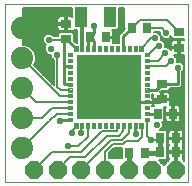
<source format=gbl>
G75*
%MOIN*%
%OFA0B0*%
%FSLAX25Y25*%
%IPPOS*%
%LPD*%
%AMOC8*
5,1,8,0,0,1.08239X$1,22.5*
%
%ADD10C,0.00000*%
%ADD11C,0.00344*%
%ADD12R,0.21260X0.21260*%
%ADD13R,0.02756X0.03543*%
%ADD14R,0.03937X0.06693*%
%ADD15R,0.03543X0.02756*%
%ADD16OC8,0.05906*%
%ADD17C,0.07400*%
%ADD18C,0.00600*%
%ADD19OC8,0.02205*%
%ADD20C,0.01000*%
%ADD21C,0.01200*%
%ADD22C,0.01600*%
D10*
X0034486Y0027830D02*
X0034486Y0086885D01*
X0095509Y0086885D01*
X0095509Y0027830D01*
X0034486Y0027830D01*
D11*
X0055563Y0049016D02*
X0056991Y0049016D01*
X0056991Y0047982D01*
X0055563Y0047982D01*
X0055563Y0049016D01*
X0055563Y0048325D02*
X0056991Y0048325D01*
X0056991Y0048668D02*
X0055563Y0048668D01*
X0055563Y0049011D02*
X0056991Y0049011D01*
X0056991Y0050985D02*
X0055563Y0050985D01*
X0056991Y0050985D02*
X0056991Y0049951D01*
X0055563Y0049951D01*
X0055563Y0050985D01*
X0055563Y0050294D02*
X0056991Y0050294D01*
X0056991Y0050637D02*
X0055563Y0050637D01*
X0055563Y0050980D02*
X0056991Y0050980D01*
X0056991Y0052953D02*
X0055563Y0052953D01*
X0056991Y0052953D02*
X0056991Y0051919D01*
X0055563Y0051919D01*
X0055563Y0052953D01*
X0055563Y0052262D02*
X0056991Y0052262D01*
X0056991Y0052605D02*
X0055563Y0052605D01*
X0055563Y0052948D02*
X0056991Y0052948D01*
X0056991Y0054922D02*
X0055563Y0054922D01*
X0056991Y0054922D02*
X0056991Y0053888D01*
X0055563Y0053888D01*
X0055563Y0054922D01*
X0055563Y0054231D02*
X0056991Y0054231D01*
X0056991Y0054574D02*
X0055563Y0054574D01*
X0055563Y0054917D02*
X0056991Y0054917D01*
X0056991Y0056890D02*
X0055563Y0056890D01*
X0056991Y0056890D02*
X0056991Y0055856D01*
X0055563Y0055856D01*
X0055563Y0056890D01*
X0055563Y0056199D02*
X0056991Y0056199D01*
X0056991Y0056542D02*
X0055563Y0056542D01*
X0055563Y0056885D02*
X0056991Y0056885D01*
X0056991Y0058859D02*
X0055563Y0058859D01*
X0056991Y0058859D02*
X0056991Y0057825D01*
X0055563Y0057825D01*
X0055563Y0058859D01*
X0055563Y0058168D02*
X0056991Y0058168D01*
X0056991Y0058511D02*
X0055563Y0058511D01*
X0055563Y0058854D02*
X0056991Y0058854D01*
X0056991Y0060827D02*
X0055563Y0060827D01*
X0056991Y0060827D02*
X0056991Y0059793D01*
X0055563Y0059793D01*
X0055563Y0060827D01*
X0055563Y0060136D02*
X0056991Y0060136D01*
X0056991Y0060479D02*
X0055563Y0060479D01*
X0055563Y0060822D02*
X0056991Y0060822D01*
X0056991Y0062796D02*
X0055563Y0062796D01*
X0056991Y0062796D02*
X0056991Y0061762D01*
X0055563Y0061762D01*
X0055563Y0062796D01*
X0055563Y0062105D02*
X0056991Y0062105D01*
X0056991Y0062448D02*
X0055563Y0062448D01*
X0055563Y0062791D02*
X0056991Y0062791D01*
X0056991Y0064764D02*
X0055563Y0064764D01*
X0056991Y0064764D02*
X0056991Y0063730D01*
X0055563Y0063730D01*
X0055563Y0064764D01*
X0055563Y0064073D02*
X0056991Y0064073D01*
X0056991Y0064416D02*
X0055563Y0064416D01*
X0055563Y0064759D02*
X0056991Y0064759D01*
X0056991Y0066733D02*
X0055563Y0066733D01*
X0056991Y0066733D02*
X0056991Y0065699D01*
X0055563Y0065699D01*
X0055563Y0066733D01*
X0055563Y0066042D02*
X0056991Y0066042D01*
X0056991Y0066385D02*
X0055563Y0066385D01*
X0055563Y0066728D02*
X0056991Y0066728D01*
X0056991Y0068701D02*
X0055563Y0068701D01*
X0056991Y0068701D02*
X0056991Y0067667D01*
X0055563Y0067667D01*
X0055563Y0068701D01*
X0055563Y0068010D02*
X0056991Y0068010D01*
X0056991Y0068353D02*
X0055563Y0068353D01*
X0055563Y0068696D02*
X0056991Y0068696D01*
X0056991Y0070670D02*
X0055563Y0070670D01*
X0056991Y0070670D02*
X0056991Y0069636D01*
X0055563Y0069636D01*
X0055563Y0070670D01*
X0055563Y0069979D02*
X0056991Y0069979D01*
X0056991Y0070322D02*
X0055563Y0070322D01*
X0055563Y0070665D02*
X0056991Y0070665D01*
X0058822Y0071466D02*
X0058822Y0072894D01*
X0058822Y0071466D02*
X0057788Y0071466D01*
X0057788Y0072894D01*
X0058822Y0072894D01*
X0058822Y0071809D02*
X0057788Y0071809D01*
X0057788Y0072152D02*
X0058822Y0072152D01*
X0058822Y0072495D02*
X0057788Y0072495D01*
X0057788Y0072838D02*
X0058822Y0072838D01*
X0060790Y0072894D02*
X0060790Y0071466D01*
X0059756Y0071466D01*
X0059756Y0072894D01*
X0060790Y0072894D01*
X0060790Y0071809D02*
X0059756Y0071809D01*
X0059756Y0072152D02*
X0060790Y0072152D01*
X0060790Y0072495D02*
X0059756Y0072495D01*
X0059756Y0072838D02*
X0060790Y0072838D01*
X0062759Y0072894D02*
X0062759Y0071466D01*
X0061725Y0071466D01*
X0061725Y0072894D01*
X0062759Y0072894D01*
X0062759Y0071809D02*
X0061725Y0071809D01*
X0061725Y0072152D02*
X0062759Y0072152D01*
X0062759Y0072495D02*
X0061725Y0072495D01*
X0061725Y0072838D02*
X0062759Y0072838D01*
X0064727Y0072894D02*
X0064727Y0071466D01*
X0063693Y0071466D01*
X0063693Y0072894D01*
X0064727Y0072894D01*
X0064727Y0071809D02*
X0063693Y0071809D01*
X0063693Y0072152D02*
X0064727Y0072152D01*
X0064727Y0072495D02*
X0063693Y0072495D01*
X0063693Y0072838D02*
X0064727Y0072838D01*
X0066696Y0072894D02*
X0066696Y0071466D01*
X0065662Y0071466D01*
X0065662Y0072894D01*
X0066696Y0072894D01*
X0066696Y0071809D02*
X0065662Y0071809D01*
X0065662Y0072152D02*
X0066696Y0072152D01*
X0066696Y0072495D02*
X0065662Y0072495D01*
X0065662Y0072838D02*
X0066696Y0072838D01*
X0068664Y0072894D02*
X0068664Y0071466D01*
X0067630Y0071466D01*
X0067630Y0072894D01*
X0068664Y0072894D01*
X0068664Y0071809D02*
X0067630Y0071809D01*
X0067630Y0072152D02*
X0068664Y0072152D01*
X0068664Y0072495D02*
X0067630Y0072495D01*
X0067630Y0072838D02*
X0068664Y0072838D01*
X0070633Y0072894D02*
X0070633Y0071466D01*
X0069599Y0071466D01*
X0069599Y0072894D01*
X0070633Y0072894D01*
X0070633Y0071809D02*
X0069599Y0071809D01*
X0069599Y0072152D02*
X0070633Y0072152D01*
X0070633Y0072495D02*
X0069599Y0072495D01*
X0069599Y0072838D02*
X0070633Y0072838D01*
X0072601Y0072894D02*
X0072601Y0071466D01*
X0071567Y0071466D01*
X0071567Y0072894D01*
X0072601Y0072894D01*
X0072601Y0071809D02*
X0071567Y0071809D01*
X0071567Y0072152D02*
X0072601Y0072152D01*
X0072601Y0072495D02*
X0071567Y0072495D01*
X0071567Y0072838D02*
X0072601Y0072838D01*
X0074570Y0072894D02*
X0074570Y0071466D01*
X0073536Y0071466D01*
X0073536Y0072894D01*
X0074570Y0072894D01*
X0074570Y0071809D02*
X0073536Y0071809D01*
X0073536Y0072152D02*
X0074570Y0072152D01*
X0074570Y0072495D02*
X0073536Y0072495D01*
X0073536Y0072838D02*
X0074570Y0072838D01*
X0076538Y0072894D02*
X0076538Y0071466D01*
X0075504Y0071466D01*
X0075504Y0072894D01*
X0076538Y0072894D01*
X0076538Y0071809D02*
X0075504Y0071809D01*
X0075504Y0072152D02*
X0076538Y0072152D01*
X0076538Y0072495D02*
X0075504Y0072495D01*
X0075504Y0072838D02*
X0076538Y0072838D01*
X0078507Y0072894D02*
X0078507Y0071466D01*
X0077473Y0071466D01*
X0077473Y0072894D01*
X0078507Y0072894D01*
X0078507Y0071809D02*
X0077473Y0071809D01*
X0077473Y0072152D02*
X0078507Y0072152D01*
X0078507Y0072495D02*
X0077473Y0072495D01*
X0077473Y0072838D02*
X0078507Y0072838D01*
X0080475Y0072894D02*
X0080475Y0071466D01*
X0079441Y0071466D01*
X0079441Y0072894D01*
X0080475Y0072894D01*
X0080475Y0071809D02*
X0079441Y0071809D01*
X0079441Y0072152D02*
X0080475Y0072152D01*
X0080475Y0072495D02*
X0079441Y0072495D01*
X0079441Y0072838D02*
X0080475Y0072838D01*
X0081272Y0069636D02*
X0082700Y0069636D01*
X0081272Y0069636D02*
X0081272Y0070670D01*
X0082700Y0070670D01*
X0082700Y0069636D01*
X0082700Y0069979D02*
X0081272Y0069979D01*
X0081272Y0070322D02*
X0082700Y0070322D01*
X0082700Y0070665D02*
X0081272Y0070665D01*
X0081272Y0067667D02*
X0082700Y0067667D01*
X0081272Y0067667D02*
X0081272Y0068701D01*
X0082700Y0068701D01*
X0082700Y0067667D01*
X0082700Y0068010D02*
X0081272Y0068010D01*
X0081272Y0068353D02*
X0082700Y0068353D01*
X0082700Y0068696D02*
X0081272Y0068696D01*
X0081272Y0065699D02*
X0082700Y0065699D01*
X0081272Y0065699D02*
X0081272Y0066733D01*
X0082700Y0066733D01*
X0082700Y0065699D01*
X0082700Y0066042D02*
X0081272Y0066042D01*
X0081272Y0066385D02*
X0082700Y0066385D01*
X0082700Y0066728D02*
X0081272Y0066728D01*
X0081272Y0063730D02*
X0082700Y0063730D01*
X0081272Y0063730D02*
X0081272Y0064764D01*
X0082700Y0064764D01*
X0082700Y0063730D01*
X0082700Y0064073D02*
X0081272Y0064073D01*
X0081272Y0064416D02*
X0082700Y0064416D01*
X0082700Y0064759D02*
X0081272Y0064759D01*
X0081272Y0061762D02*
X0082700Y0061762D01*
X0081272Y0061762D02*
X0081272Y0062796D01*
X0082700Y0062796D01*
X0082700Y0061762D01*
X0082700Y0062105D02*
X0081272Y0062105D01*
X0081272Y0062448D02*
X0082700Y0062448D01*
X0082700Y0062791D02*
X0081272Y0062791D01*
X0081272Y0059793D02*
X0082700Y0059793D01*
X0081272Y0059793D02*
X0081272Y0060827D01*
X0082700Y0060827D01*
X0082700Y0059793D01*
X0082700Y0060136D02*
X0081272Y0060136D01*
X0081272Y0060479D02*
X0082700Y0060479D01*
X0082700Y0060822D02*
X0081272Y0060822D01*
X0081272Y0057825D02*
X0082700Y0057825D01*
X0081272Y0057825D02*
X0081272Y0058859D01*
X0082700Y0058859D01*
X0082700Y0057825D01*
X0082700Y0058168D02*
X0081272Y0058168D01*
X0081272Y0058511D02*
X0082700Y0058511D01*
X0082700Y0058854D02*
X0081272Y0058854D01*
X0081272Y0055856D02*
X0082700Y0055856D01*
X0081272Y0055856D02*
X0081272Y0056890D01*
X0082700Y0056890D01*
X0082700Y0055856D01*
X0082700Y0056199D02*
X0081272Y0056199D01*
X0081272Y0056542D02*
X0082700Y0056542D01*
X0082700Y0056885D02*
X0081272Y0056885D01*
X0081272Y0053888D02*
X0082700Y0053888D01*
X0081272Y0053888D02*
X0081272Y0054922D01*
X0082700Y0054922D01*
X0082700Y0053888D01*
X0082700Y0054231D02*
X0081272Y0054231D01*
X0081272Y0054574D02*
X0082700Y0054574D01*
X0082700Y0054917D02*
X0081272Y0054917D01*
X0081272Y0051919D02*
X0082700Y0051919D01*
X0081272Y0051919D02*
X0081272Y0052953D01*
X0082700Y0052953D01*
X0082700Y0051919D01*
X0082700Y0052262D02*
X0081272Y0052262D01*
X0081272Y0052605D02*
X0082700Y0052605D01*
X0082700Y0052948D02*
X0081272Y0052948D01*
X0081272Y0049951D02*
X0082700Y0049951D01*
X0081272Y0049951D02*
X0081272Y0050985D01*
X0082700Y0050985D01*
X0082700Y0049951D01*
X0082700Y0050294D02*
X0081272Y0050294D01*
X0081272Y0050637D02*
X0082700Y0050637D01*
X0082700Y0050980D02*
X0081272Y0050980D01*
X0081272Y0047982D02*
X0082700Y0047982D01*
X0081272Y0047982D02*
X0081272Y0049016D01*
X0082700Y0049016D01*
X0082700Y0047982D01*
X0082700Y0048325D02*
X0081272Y0048325D01*
X0081272Y0048668D02*
X0082700Y0048668D01*
X0082700Y0049011D02*
X0081272Y0049011D01*
X0079441Y0047186D02*
X0079441Y0045758D01*
X0079441Y0047186D02*
X0080475Y0047186D01*
X0080475Y0045758D01*
X0079441Y0045758D01*
X0079441Y0046101D02*
X0080475Y0046101D01*
X0080475Y0046444D02*
X0079441Y0046444D01*
X0079441Y0046787D02*
X0080475Y0046787D01*
X0080475Y0047130D02*
X0079441Y0047130D01*
X0077473Y0047186D02*
X0077473Y0045758D01*
X0077473Y0047186D02*
X0078507Y0047186D01*
X0078507Y0045758D01*
X0077473Y0045758D01*
X0077473Y0046101D02*
X0078507Y0046101D01*
X0078507Y0046444D02*
X0077473Y0046444D01*
X0077473Y0046787D02*
X0078507Y0046787D01*
X0078507Y0047130D02*
X0077473Y0047130D01*
X0075504Y0047186D02*
X0075504Y0045758D01*
X0075504Y0047186D02*
X0076538Y0047186D01*
X0076538Y0045758D01*
X0075504Y0045758D01*
X0075504Y0046101D02*
X0076538Y0046101D01*
X0076538Y0046444D02*
X0075504Y0046444D01*
X0075504Y0046787D02*
X0076538Y0046787D01*
X0076538Y0047130D02*
X0075504Y0047130D01*
X0073536Y0047186D02*
X0073536Y0045758D01*
X0073536Y0047186D02*
X0074570Y0047186D01*
X0074570Y0045758D01*
X0073536Y0045758D01*
X0073536Y0046101D02*
X0074570Y0046101D01*
X0074570Y0046444D02*
X0073536Y0046444D01*
X0073536Y0046787D02*
X0074570Y0046787D01*
X0074570Y0047130D02*
X0073536Y0047130D01*
X0071567Y0047186D02*
X0071567Y0045758D01*
X0071567Y0047186D02*
X0072601Y0047186D01*
X0072601Y0045758D01*
X0071567Y0045758D01*
X0071567Y0046101D02*
X0072601Y0046101D01*
X0072601Y0046444D02*
X0071567Y0046444D01*
X0071567Y0046787D02*
X0072601Y0046787D01*
X0072601Y0047130D02*
X0071567Y0047130D01*
X0069599Y0047186D02*
X0069599Y0045758D01*
X0069599Y0047186D02*
X0070633Y0047186D01*
X0070633Y0045758D01*
X0069599Y0045758D01*
X0069599Y0046101D02*
X0070633Y0046101D01*
X0070633Y0046444D02*
X0069599Y0046444D01*
X0069599Y0046787D02*
X0070633Y0046787D01*
X0070633Y0047130D02*
X0069599Y0047130D01*
X0067630Y0047186D02*
X0067630Y0045758D01*
X0067630Y0047186D02*
X0068664Y0047186D01*
X0068664Y0045758D01*
X0067630Y0045758D01*
X0067630Y0046101D02*
X0068664Y0046101D01*
X0068664Y0046444D02*
X0067630Y0046444D01*
X0067630Y0046787D02*
X0068664Y0046787D01*
X0068664Y0047130D02*
X0067630Y0047130D01*
X0065662Y0047186D02*
X0065662Y0045758D01*
X0065662Y0047186D02*
X0066696Y0047186D01*
X0066696Y0045758D01*
X0065662Y0045758D01*
X0065662Y0046101D02*
X0066696Y0046101D01*
X0066696Y0046444D02*
X0065662Y0046444D01*
X0065662Y0046787D02*
X0066696Y0046787D01*
X0066696Y0047130D02*
X0065662Y0047130D01*
X0063693Y0047186D02*
X0063693Y0045758D01*
X0063693Y0047186D02*
X0064727Y0047186D01*
X0064727Y0045758D01*
X0063693Y0045758D01*
X0063693Y0046101D02*
X0064727Y0046101D01*
X0064727Y0046444D02*
X0063693Y0046444D01*
X0063693Y0046787D02*
X0064727Y0046787D01*
X0064727Y0047130D02*
X0063693Y0047130D01*
X0061725Y0047186D02*
X0061725Y0045758D01*
X0061725Y0047186D02*
X0062759Y0047186D01*
X0062759Y0045758D01*
X0061725Y0045758D01*
X0061725Y0046101D02*
X0062759Y0046101D01*
X0062759Y0046444D02*
X0061725Y0046444D01*
X0061725Y0046787D02*
X0062759Y0046787D01*
X0062759Y0047130D02*
X0061725Y0047130D01*
X0059756Y0047186D02*
X0059756Y0045758D01*
X0059756Y0047186D02*
X0060790Y0047186D01*
X0060790Y0045758D01*
X0059756Y0045758D01*
X0059756Y0046101D02*
X0060790Y0046101D01*
X0060790Y0046444D02*
X0059756Y0046444D01*
X0059756Y0046787D02*
X0060790Y0046787D01*
X0060790Y0047130D02*
X0059756Y0047130D01*
X0057788Y0047186D02*
X0057788Y0045758D01*
X0057788Y0047186D02*
X0058822Y0047186D01*
X0058822Y0045758D01*
X0057788Y0045758D01*
X0057788Y0046101D02*
X0058822Y0046101D01*
X0058822Y0046444D02*
X0057788Y0046444D01*
X0057788Y0046787D02*
X0058822Y0046787D01*
X0058822Y0047130D02*
X0057788Y0047130D01*
D12*
X0069131Y0059326D03*
D13*
X0085470Y0050468D03*
X0090588Y0050468D03*
X0091572Y0042200D03*
X0091572Y0037712D03*
X0086454Y0037712D03*
X0086454Y0042200D03*
X0081139Y0037279D03*
X0076021Y0037279D03*
X0068147Y0075861D03*
X0063029Y0075861D03*
X0076809Y0079011D03*
X0081927Y0079011D03*
D14*
X0069722Y0082751D03*
X0059880Y0082751D03*
D15*
X0054958Y0080389D03*
X0054958Y0075271D03*
X0086848Y0060310D03*
X0086848Y0055192D03*
X0092754Y0072515D03*
X0092754Y0077633D03*
D16*
X0091572Y0031767D03*
X0083698Y0031767D03*
X0075824Y0031767D03*
X0067950Y0031767D03*
X0060076Y0031767D03*
X0052202Y0031767D03*
X0044328Y0031767D03*
D17*
X0040391Y0038854D03*
X0040391Y0048854D03*
X0040391Y0058854D03*
X0040391Y0068854D03*
X0040391Y0078854D03*
D18*
X0040504Y0079049D02*
X0045509Y0079049D01*
X0045191Y0079154D02*
X0045191Y0079231D01*
X0045073Y0079978D01*
X0044840Y0080696D01*
X0044497Y0081369D01*
X0044053Y0081981D01*
X0043518Y0082515D01*
X0042907Y0082959D01*
X0042234Y0083302D01*
X0041515Y0083535D01*
X0040769Y0083654D01*
X0040691Y0083654D01*
X0040691Y0079154D01*
X0040504Y0079154D01*
X0040504Y0085798D01*
X0045509Y0085798D01*
X0045509Y0069169D01*
X0044991Y0069169D01*
X0044991Y0069769D01*
X0044291Y0071459D01*
X0042997Y0072753D01*
X0041306Y0073454D01*
X0040504Y0073454D01*
X0040504Y0085798D01*
X0057011Y0085798D01*
X0057011Y0082830D01*
X0056875Y0082867D01*
X0055258Y0082867D01*
X0055258Y0080689D01*
X0054658Y0080689D01*
X0054658Y0080089D01*
X0052087Y0080089D01*
X0052087Y0078866D01*
X0052162Y0078586D01*
X0052306Y0078336D01*
X0052511Y0078131D01*
X0052762Y0077986D01*
X0053042Y0077911D01*
X0054658Y0077911D01*
X0054658Y0080089D01*
X0055258Y0080089D01*
X0055258Y0077911D01*
X0056875Y0077911D01*
X0057155Y0077986D01*
X0057405Y0078131D01*
X0057610Y0078336D01*
X0057708Y0078505D01*
X0058773Y0078505D01*
X0058773Y0073966D01*
X0058499Y0073966D01*
X0057630Y0074835D01*
X0057630Y0077022D01*
X0057103Y0077549D01*
X0052814Y0077549D01*
X0052287Y0077022D01*
X0052287Y0076274D01*
X0050881Y0076274D01*
X0050079Y0077076D01*
X0048420Y0077076D01*
X0047247Y0075903D01*
X0047247Y0074245D01*
X0048229Y0073263D01*
X0047917Y0072951D01*
X0047917Y0071292D01*
X0049089Y0070119D01*
X0050003Y0070119D01*
X0050003Y0069127D01*
X0050806Y0068324D01*
X0050806Y0060136D01*
X0049859Y0061083D01*
X0044409Y0066533D01*
X0044991Y0067939D01*
X0044991Y0069769D01*
X0044291Y0071459D01*
X0042997Y0072753D01*
X0041306Y0073454D01*
X0040504Y0073454D01*
X0040504Y0078553D01*
X0040691Y0078553D01*
X0040691Y0074054D01*
X0040769Y0074054D01*
X0041515Y0074172D01*
X0042234Y0074405D01*
X0042907Y0074748D01*
X0043518Y0075192D01*
X0044053Y0075727D01*
X0044497Y0076338D01*
X0044840Y0077011D01*
X0045073Y0077730D01*
X0045191Y0078476D01*
X0045191Y0078554D01*
X0040691Y0078554D01*
X0040691Y0079154D01*
X0045191Y0079154D01*
X0045125Y0079648D02*
X0052087Y0079648D01*
X0052087Y0079049D02*
X0040691Y0079049D01*
X0040691Y0078451D02*
X0040504Y0078451D01*
X0045509Y0078451D01*
X0045187Y0078451D02*
X0052240Y0078451D01*
X0052519Y0077254D02*
X0044919Y0077254D01*
X0045509Y0077254D02*
X0040504Y0077254D01*
X0040691Y0077254D01*
X0040691Y0077852D02*
X0040504Y0077852D01*
X0045509Y0077852D01*
X0045093Y0077852D02*
X0058773Y0077852D01*
X0058773Y0077254D02*
X0057398Y0077254D01*
X0057630Y0076655D02*
X0058773Y0076655D01*
X0058773Y0076057D02*
X0057630Y0076057D01*
X0057630Y0075458D02*
X0058773Y0075458D01*
X0058773Y0074860D02*
X0057630Y0074860D01*
X0058204Y0074261D02*
X0058773Y0074261D01*
X0058773Y0078451D02*
X0057677Y0078451D01*
X0055258Y0078451D02*
X0054658Y0078451D01*
X0054658Y0079049D02*
X0055258Y0079049D01*
X0055258Y0079648D02*
X0054658Y0079648D01*
X0054658Y0080246D02*
X0044986Y0080246D01*
X0045509Y0080246D02*
X0040504Y0080246D01*
X0040691Y0080246D01*
X0040691Y0079648D02*
X0040504Y0079648D01*
X0045509Y0079648D01*
X0045509Y0080845D02*
X0040504Y0080845D01*
X0040691Y0080845D01*
X0040691Y0081443D02*
X0040504Y0081443D01*
X0045509Y0081443D01*
X0045509Y0082042D02*
X0040504Y0082042D01*
X0040691Y0082042D01*
X0040691Y0082640D02*
X0040504Y0082640D01*
X0045509Y0082640D01*
X0045509Y0083239D02*
X0040504Y0083239D01*
X0040691Y0083239D01*
X0040504Y0083837D02*
X0045509Y0083837D01*
X0045509Y0084436D02*
X0040504Y0084436D01*
X0057011Y0084436D01*
X0057011Y0085034D02*
X0040504Y0085034D01*
X0045509Y0085034D01*
X0045509Y0085633D02*
X0040504Y0085633D01*
X0057011Y0085633D01*
X0057011Y0083837D02*
X0040504Y0083837D01*
X0042357Y0083239D02*
X0057011Y0083239D01*
X0055258Y0082640D02*
X0054658Y0082640D01*
X0054658Y0082867D02*
X0053042Y0082867D01*
X0052762Y0082792D01*
X0052511Y0082647D01*
X0052306Y0082442D01*
X0052162Y0082192D01*
X0052087Y0081912D01*
X0052087Y0080689D01*
X0054658Y0080689D01*
X0054658Y0082867D01*
X0054658Y0082042D02*
X0055258Y0082042D01*
X0055258Y0081443D02*
X0054658Y0081443D01*
X0054658Y0080845D02*
X0055258Y0080845D01*
X0052504Y0082640D02*
X0043345Y0082640D01*
X0043991Y0082042D02*
X0052121Y0082042D01*
X0052087Y0081443D02*
X0044443Y0081443D01*
X0044764Y0080845D02*
X0052087Y0080845D01*
X0052287Y0076655D02*
X0050500Y0076655D01*
X0049250Y0075074D02*
X0054171Y0075074D01*
X0054407Y0075074D01*
X0050003Y0070072D02*
X0044866Y0070072D01*
X0045509Y0070072D01*
X0045509Y0070670D02*
X0044618Y0070670D01*
X0048538Y0070670D01*
X0047940Y0071269D02*
X0044370Y0071269D01*
X0045509Y0071269D01*
X0045509Y0071867D02*
X0043883Y0071867D01*
X0047917Y0071867D01*
X0047917Y0072466D02*
X0043285Y0072466D01*
X0045509Y0072466D01*
X0045509Y0073064D02*
X0042246Y0073064D01*
X0048030Y0073064D01*
X0047829Y0073663D02*
X0040504Y0073663D01*
X0045509Y0073663D01*
X0045509Y0074261D02*
X0040504Y0074261D01*
X0040691Y0074261D01*
X0040691Y0074860D02*
X0040504Y0074860D01*
X0045509Y0074860D01*
X0045509Y0075458D02*
X0040504Y0075458D01*
X0040691Y0075458D01*
X0040691Y0076057D02*
X0040504Y0076057D01*
X0045509Y0076057D01*
X0045509Y0076655D02*
X0040504Y0076655D01*
X0040691Y0076655D01*
X0041791Y0074261D02*
X0047247Y0074261D01*
X0047247Y0074860D02*
X0043061Y0074860D01*
X0043784Y0075458D02*
X0047247Y0075458D01*
X0047401Y0076057D02*
X0044292Y0076057D01*
X0044658Y0076655D02*
X0047999Y0076655D01*
X0050003Y0069473D02*
X0044991Y0069473D01*
X0045509Y0069473D01*
X0044991Y0068875D02*
X0050255Y0068875D01*
X0050806Y0068276D02*
X0044991Y0068276D01*
X0044883Y0067678D02*
X0050806Y0067678D01*
X0050806Y0067079D02*
X0044635Y0067079D01*
X0044461Y0066481D02*
X0050806Y0066481D01*
X0050806Y0065882D02*
X0045060Y0065882D01*
X0045658Y0065284D02*
X0050806Y0065284D01*
X0050806Y0064685D02*
X0046257Y0064685D01*
X0046855Y0064087D02*
X0050806Y0064087D01*
X0050806Y0063488D02*
X0047454Y0063488D01*
X0048052Y0062890D02*
X0050806Y0062890D01*
X0050806Y0062291D02*
X0048651Y0062291D01*
X0049249Y0061692D02*
X0050806Y0061692D01*
X0050806Y0061094D02*
X0049848Y0061094D01*
X0050446Y0060495D02*
X0050806Y0060495D01*
X0052006Y0059490D02*
X0052006Y0069956D01*
X0048659Y0060586D02*
X0040391Y0068854D01*
X0048659Y0060586D02*
X0052872Y0056373D01*
X0056277Y0056373D01*
X0056277Y0054405D02*
X0044840Y0054405D01*
X0040391Y0058854D01*
X0046848Y0048854D02*
X0050431Y0052436D01*
X0056277Y0052436D01*
X0056277Y0050468D02*
X0052006Y0050468D01*
X0049446Y0047909D01*
X0040391Y0038854D01*
X0044328Y0031767D02*
X0050155Y0037594D01*
X0059919Y0037594D01*
X0066966Y0044641D01*
X0072084Y0044641D01*
X0072084Y0046472D01*
X0074053Y0046472D02*
X0074053Y0044641D01*
X0072596Y0043184D01*
X0068659Y0043184D01*
X0061454Y0035980D01*
X0056415Y0035980D01*
X0052202Y0031767D01*
X0060076Y0031767D02*
X0069919Y0041609D01*
X0073462Y0041609D01*
X0076021Y0044169D01*
X0076021Y0046472D01*
X0079958Y0046472D02*
X0080273Y0046472D01*
X0080273Y0042672D01*
X0079092Y0041491D01*
X0075116Y0041491D01*
X0073974Y0040350D01*
X0070557Y0040350D01*
X0067950Y0037743D01*
X0067950Y0031767D01*
X0069150Y0035620D02*
X0069150Y0037246D01*
X0071054Y0039150D01*
X0073743Y0039150D01*
X0073743Y0035817D01*
X0069546Y0035817D01*
X0069349Y0035620D01*
X0069150Y0035620D01*
X0069150Y0035957D02*
X0073743Y0035957D01*
X0073743Y0036555D02*
X0069150Y0036555D01*
X0069150Y0037154D02*
X0073743Y0037154D01*
X0073743Y0037752D02*
X0069657Y0037752D01*
X0070255Y0038351D02*
X0073743Y0038351D01*
X0073743Y0038949D02*
X0070854Y0038949D01*
X0062242Y0042799D02*
X0062242Y0046472D01*
X0060273Y0046472D02*
X0060076Y0046472D01*
X0060076Y0043972D01*
X0062242Y0042799D02*
X0059084Y0039641D01*
X0055746Y0039641D01*
X0056927Y0043972D02*
X0057399Y0044444D01*
X0057045Y0044720D01*
X0058305Y0045980D01*
X0058305Y0046472D01*
X0068832Y0049202D02*
X0068832Y0059026D01*
X0069431Y0059026D01*
X0069431Y0049202D01*
X0068832Y0049202D01*
X0068832Y0049722D02*
X0069431Y0049722D01*
X0069431Y0050321D02*
X0068832Y0050321D01*
X0068832Y0050919D02*
X0069431Y0050919D01*
X0069431Y0051518D02*
X0068832Y0051518D01*
X0068832Y0052116D02*
X0069431Y0052116D01*
X0069431Y0052715D02*
X0068832Y0052715D01*
X0068832Y0053313D02*
X0069431Y0053313D01*
X0069431Y0053912D02*
X0068832Y0053912D01*
X0068832Y0054510D02*
X0069431Y0054510D01*
X0069431Y0055109D02*
X0068832Y0055109D01*
X0068832Y0055707D02*
X0069431Y0055707D01*
X0069431Y0056306D02*
X0068832Y0056306D01*
X0068832Y0056904D02*
X0069431Y0056904D01*
X0069431Y0057503D02*
X0068832Y0057503D01*
X0068832Y0058101D02*
X0069431Y0058101D01*
X0069431Y0058700D02*
X0068832Y0058700D01*
X0069131Y0059326D02*
X0071100Y0061294D01*
X0071100Y0066806D01*
X0071100Y0073943D02*
X0071077Y0073966D01*
X0070625Y0073966D01*
X0070625Y0075561D01*
X0068447Y0075561D01*
X0068447Y0076161D01*
X0070625Y0076161D01*
X0070625Y0077778D01*
X0070550Y0078058D01*
X0070405Y0078308D01*
X0070209Y0078505D01*
X0072063Y0078505D01*
X0072591Y0079032D01*
X0072591Y0085798D01*
X0074137Y0085798D01*
X0074137Y0079032D01*
X0074493Y0078676D01*
X0072653Y0076835D01*
X0072653Y0073966D01*
X0071123Y0073966D01*
X0071100Y0073943D01*
X0070625Y0074261D02*
X0072653Y0074261D01*
X0072653Y0074860D02*
X0070625Y0074860D01*
X0070625Y0075458D02*
X0072653Y0075458D01*
X0072653Y0076057D02*
X0068447Y0076057D01*
X0070625Y0076655D02*
X0072653Y0076655D01*
X0073072Y0077254D02*
X0070625Y0077254D01*
X0070605Y0077852D02*
X0073670Y0077852D01*
X0074269Y0078451D02*
X0070263Y0078451D01*
X0072591Y0079049D02*
X0074137Y0079049D01*
X0074137Y0079648D02*
X0072591Y0079648D01*
X0072591Y0080246D02*
X0074137Y0080246D01*
X0074137Y0080845D02*
X0072591Y0080845D01*
X0072591Y0081443D02*
X0074137Y0081443D01*
X0074137Y0082042D02*
X0072591Y0082042D01*
X0072591Y0082640D02*
X0074137Y0082640D01*
X0074137Y0083239D02*
X0072591Y0083239D01*
X0072591Y0083837D02*
X0074137Y0083837D01*
X0074137Y0084436D02*
X0072591Y0084436D01*
X0072591Y0085034D02*
X0074137Y0085034D01*
X0074137Y0085633D02*
X0072591Y0085633D01*
X0076809Y0079011D02*
X0079565Y0081767D01*
X0088620Y0081767D01*
X0092754Y0077633D01*
X0093054Y0074993D02*
X0093054Y0072815D01*
X0092454Y0072815D01*
X0092454Y0074993D01*
X0090837Y0074993D01*
X0090557Y0074918D01*
X0090306Y0074773D01*
X0090102Y0074568D01*
X0089957Y0074317D01*
X0089882Y0074038D01*
X0089882Y0072815D01*
X0092453Y0072815D01*
X0092453Y0072215D01*
X0089882Y0072215D01*
X0089882Y0071565D01*
X0088859Y0072588D01*
X0088063Y0072588D01*
X0088063Y0073974D01*
X0086890Y0075147D01*
X0086488Y0075147D01*
X0086488Y0076494D01*
X0085315Y0077667D01*
X0084205Y0077667D01*
X0084205Y0077811D01*
X0086390Y0077811D01*
X0086420Y0077781D01*
X0086420Y0076646D01*
X0087593Y0075473D01*
X0089252Y0075473D01*
X0090082Y0076303D01*
X0090082Y0075882D01*
X0090609Y0075355D01*
X0094422Y0075355D01*
X0094422Y0074993D01*
X0093054Y0074993D01*
X0093054Y0074860D02*
X0092454Y0074860D01*
X0092454Y0074261D02*
X0093054Y0074261D01*
X0093054Y0073663D02*
X0092454Y0073663D01*
X0092454Y0073064D02*
X0093054Y0073064D01*
X0092453Y0072466D02*
X0088981Y0072466D01*
X0089580Y0071867D02*
X0089882Y0071867D01*
X0089882Y0073064D02*
X0088063Y0073064D01*
X0088063Y0073663D02*
X0089882Y0073663D01*
X0089942Y0074261D02*
X0087776Y0074261D01*
X0087178Y0074860D02*
X0090457Y0074860D01*
X0090506Y0075458D02*
X0086488Y0075458D01*
X0086488Y0076057D02*
X0087010Y0076057D01*
X0086420Y0076655D02*
X0086327Y0076655D01*
X0086420Y0077254D02*
X0085728Y0077254D01*
X0084486Y0075665D02*
X0083443Y0075665D01*
X0079958Y0072180D01*
X0081986Y0070153D02*
X0082320Y0070153D01*
X0085313Y0073145D01*
X0086061Y0073145D01*
X0088029Y0070586D02*
X0085628Y0068184D01*
X0081986Y0068184D01*
X0081986Y0066216D02*
X0088147Y0066216D01*
X0089998Y0068066D01*
X0091422Y0069473D02*
X0094422Y0069473D01*
X0094422Y0070037D02*
X0093054Y0070037D01*
X0093054Y0072215D01*
X0092454Y0072215D01*
X0092454Y0070037D01*
X0090859Y0070037D01*
X0092000Y0068896D01*
X0092000Y0067746D01*
X0093189Y0067746D01*
X0094362Y0066573D01*
X0094362Y0064914D01*
X0093760Y0064312D01*
X0093760Y0059730D01*
X0092940Y0058910D01*
X0089520Y0058910D01*
X0089520Y0058559D01*
X0088992Y0058032D01*
X0086550Y0058032D01*
X0086188Y0057670D01*
X0086548Y0057670D01*
X0086548Y0055492D01*
X0086548Y0054892D01*
X0083976Y0054892D01*
X0083976Y0053669D01*
X0084051Y0053390D01*
X0084196Y0053139D01*
X0083772Y0053139D01*
X0083772Y0053201D01*
X0083885Y0053397D01*
X0083972Y0053720D01*
X0083972Y0054360D01*
X0082030Y0054360D01*
X0082030Y0054449D01*
X0083972Y0054449D01*
X0083972Y0055089D01*
X0083885Y0055413D01*
X0083772Y0055609D01*
X0083772Y0056942D01*
X0084037Y0056942D01*
X0083976Y0056715D01*
X0083976Y0055492D01*
X0086548Y0055492D01*
X0087148Y0055492D01*
X0089720Y0055492D01*
X0089720Y0056715D01*
X0089645Y0056995D01*
X0089500Y0057245D01*
X0089295Y0057450D01*
X0089044Y0057595D01*
X0088765Y0057670D01*
X0087148Y0057670D01*
X0087148Y0055492D01*
X0087148Y0054892D01*
X0089720Y0054892D01*
X0089720Y0053669D01*
X0089645Y0053390D01*
X0089616Y0053339D01*
X0090288Y0053339D01*
X0090288Y0050768D01*
X0090888Y0050768D01*
X0090888Y0053339D01*
X0092111Y0053339D01*
X0092391Y0053264D01*
X0092642Y0053120D01*
X0092846Y0052915D01*
X0092991Y0052664D01*
X0093066Y0052384D01*
X0093066Y0050768D01*
X0090888Y0050768D01*
X0090888Y0050168D01*
X0093066Y0050168D01*
X0093066Y0048551D01*
X0092991Y0048271D01*
X0092846Y0048021D01*
X0092642Y0047816D01*
X0092391Y0047671D01*
X0092111Y0047596D01*
X0090888Y0047596D01*
X0090888Y0050168D01*
X0090288Y0050168D01*
X0088110Y0050168D01*
X0088110Y0048551D01*
X0088185Y0048271D01*
X0088330Y0048021D01*
X0088535Y0047816D01*
X0088786Y0047671D01*
X0089065Y0047596D01*
X0090288Y0047596D01*
X0090288Y0050168D01*
X0090288Y0050768D01*
X0088110Y0050768D01*
X0088110Y0052384D01*
X0088185Y0052664D01*
X0088214Y0052714D01*
X0087646Y0052714D01*
X0087748Y0052612D01*
X0087748Y0048323D01*
X0087221Y0047796D01*
X0087036Y0047796D01*
X0087276Y0047557D01*
X0087276Y0045898D01*
X0086249Y0044872D01*
X0088205Y0044872D01*
X0088732Y0044344D01*
X0088732Y0040056D01*
X0088633Y0039956D01*
X0088732Y0039856D01*
X0088732Y0035567D01*
X0088205Y0035040D01*
X0085874Y0035040D01*
X0087520Y0033394D01*
X0087520Y0033446D01*
X0089327Y0035252D01*
X0089314Y0035265D01*
X0089169Y0035516D01*
X0089094Y0035795D01*
X0089094Y0037412D01*
X0091272Y0037412D01*
X0091272Y0038012D01*
X0089094Y0038012D01*
X0089094Y0039628D01*
X0089169Y0039908D01*
X0089197Y0039956D01*
X0089169Y0040004D01*
X0089094Y0040284D01*
X0089094Y0041900D01*
X0091272Y0041900D01*
X0091272Y0042500D01*
X0089094Y0042500D01*
X0089094Y0044116D01*
X0089169Y0044396D01*
X0089314Y0044647D01*
X0089519Y0044852D01*
X0089770Y0044997D01*
X0090050Y0045072D01*
X0091272Y0045072D01*
X0091272Y0042500D01*
X0091872Y0042500D01*
X0091872Y0045072D01*
X0093095Y0045072D01*
X0093375Y0044997D01*
X0093626Y0044852D01*
X0093831Y0044647D01*
X0093975Y0044396D01*
X0094050Y0044116D01*
X0094050Y0042500D01*
X0091872Y0042500D01*
X0091872Y0041900D01*
X0091872Y0039328D01*
X0091872Y0038012D01*
X0091272Y0038012D01*
X0091272Y0041900D01*
X0091872Y0041900D01*
X0094050Y0041900D01*
X0094050Y0040284D01*
X0093975Y0040004D01*
X0093948Y0039956D01*
X0093975Y0039908D01*
X0094050Y0039628D01*
X0094050Y0038012D01*
X0091872Y0038012D01*
X0091872Y0037412D01*
X0091872Y0034840D01*
X0091872Y0034840D01*
X0091872Y0032067D01*
X0091272Y0032067D01*
X0091272Y0034840D01*
X0091272Y0034840D01*
X0091272Y0037412D01*
X0091872Y0037412D01*
X0094050Y0037412D01*
X0094050Y0035795D01*
X0093975Y0035516D01*
X0093831Y0035265D01*
X0093818Y0035252D01*
X0094422Y0034649D01*
X0094422Y0070037D01*
X0094422Y0068875D02*
X0092000Y0068875D01*
X0092000Y0068276D02*
X0094422Y0068276D01*
X0094422Y0067678D02*
X0093257Y0067678D01*
X0093856Y0067079D02*
X0094422Y0067079D01*
X0094422Y0066481D02*
X0094362Y0066481D01*
X0094362Y0065882D02*
X0094422Y0065882D01*
X0094422Y0065284D02*
X0094362Y0065284D01*
X0094422Y0064685D02*
X0094133Y0064685D01*
X0094422Y0064087D02*
X0093760Y0064087D01*
X0093760Y0063488D02*
X0094422Y0063488D01*
X0094422Y0062890D02*
X0093760Y0062890D01*
X0093760Y0062291D02*
X0094422Y0062291D01*
X0094422Y0061692D02*
X0093760Y0061692D01*
X0093760Y0061094D02*
X0094422Y0061094D01*
X0094422Y0060495D02*
X0093760Y0060495D01*
X0093760Y0059897D02*
X0094422Y0059897D01*
X0094422Y0059298D02*
X0093328Y0059298D01*
X0094422Y0058700D02*
X0089520Y0058700D01*
X0089062Y0058101D02*
X0094422Y0058101D01*
X0094422Y0057503D02*
X0089204Y0057503D01*
X0089669Y0056904D02*
X0094422Y0056904D01*
X0094422Y0056306D02*
X0089720Y0056306D01*
X0089720Y0055707D02*
X0094422Y0055707D01*
X0094422Y0055109D02*
X0087148Y0055109D01*
X0087148Y0055707D02*
X0086548Y0055707D01*
X0086548Y0055109D02*
X0083966Y0055109D01*
X0083976Y0055707D02*
X0083772Y0055707D01*
X0083772Y0056306D02*
X0083976Y0056306D01*
X0084027Y0056904D02*
X0083772Y0056904D01*
X0083972Y0054510D02*
X0083976Y0054510D01*
X0083972Y0053912D02*
X0083976Y0053912D01*
X0084095Y0053313D02*
X0083837Y0053313D01*
X0086548Y0056306D02*
X0087148Y0056306D01*
X0087148Y0056904D02*
X0086548Y0056904D01*
X0086548Y0057503D02*
X0087148Y0057503D01*
X0089720Y0054510D02*
X0094422Y0054510D01*
X0094422Y0053912D02*
X0089720Y0053912D01*
X0090288Y0053313D02*
X0090888Y0053313D01*
X0090888Y0052715D02*
X0090288Y0052715D01*
X0090288Y0052116D02*
X0090888Y0052116D01*
X0090888Y0051518D02*
X0090288Y0051518D01*
X0090288Y0050919D02*
X0090888Y0050919D01*
X0090888Y0050321D02*
X0094422Y0050321D01*
X0094422Y0050919D02*
X0093066Y0050919D01*
X0093066Y0051518D02*
X0094422Y0051518D01*
X0094422Y0052116D02*
X0093066Y0052116D01*
X0092962Y0052715D02*
X0094422Y0052715D01*
X0094422Y0053313D02*
X0092208Y0053313D01*
X0090288Y0050321D02*
X0087748Y0050321D01*
X0087748Y0050919D02*
X0088110Y0050919D01*
X0088110Y0051518D02*
X0087748Y0051518D01*
X0087748Y0052116D02*
X0088110Y0052116D01*
X0088110Y0049722D02*
X0087748Y0049722D01*
X0087748Y0049124D02*
X0088110Y0049124D01*
X0088117Y0048525D02*
X0087748Y0048525D01*
X0087351Y0047927D02*
X0088424Y0047927D01*
X0087276Y0047328D02*
X0094422Y0047328D01*
X0094422Y0046730D02*
X0087276Y0046730D01*
X0087276Y0046131D02*
X0094422Y0046131D01*
X0094422Y0045533D02*
X0086910Y0045533D01*
X0086312Y0044934D02*
X0089662Y0044934D01*
X0089153Y0044336D02*
X0088732Y0044336D01*
X0088732Y0043737D02*
X0089094Y0043737D01*
X0089094Y0043139D02*
X0088732Y0043139D01*
X0088732Y0042540D02*
X0089094Y0042540D01*
X0088732Y0041942D02*
X0091272Y0041942D01*
X0091272Y0042540D02*
X0091872Y0042540D01*
X0091872Y0041942D02*
X0094422Y0041942D01*
X0094422Y0042540D02*
X0094050Y0042540D01*
X0094050Y0043139D02*
X0094422Y0043139D01*
X0094422Y0043737D02*
X0094050Y0043737D01*
X0093992Y0044336D02*
X0094422Y0044336D01*
X0094422Y0044934D02*
X0093483Y0044934D01*
X0091872Y0044934D02*
X0091272Y0044934D01*
X0091272Y0044336D02*
X0091872Y0044336D01*
X0091872Y0043737D02*
X0091272Y0043737D01*
X0091272Y0043139D02*
X0091872Y0043139D01*
X0091872Y0041343D02*
X0091272Y0041343D01*
X0091272Y0040745D02*
X0091872Y0040745D01*
X0091872Y0040146D02*
X0091272Y0040146D01*
X0091272Y0039548D02*
X0091872Y0039548D01*
X0091872Y0038949D02*
X0091272Y0038949D01*
X0091272Y0038351D02*
X0091872Y0038351D01*
X0091872Y0037752D02*
X0094422Y0037752D01*
X0094422Y0037154D02*
X0094050Y0037154D01*
X0094050Y0036555D02*
X0094422Y0036555D01*
X0094422Y0035957D02*
X0094050Y0035957D01*
X0093884Y0035358D02*
X0094422Y0035358D01*
X0094422Y0034759D02*
X0094311Y0034759D01*
X0091872Y0034759D02*
X0091272Y0034759D01*
X0091272Y0034161D02*
X0091872Y0034161D01*
X0091872Y0033562D02*
X0091272Y0033562D01*
X0091272Y0032964D02*
X0091872Y0032964D01*
X0091872Y0032365D02*
X0091272Y0032365D01*
X0088834Y0034759D02*
X0086154Y0034759D01*
X0086753Y0034161D02*
X0088235Y0034161D01*
X0087637Y0033562D02*
X0087351Y0033562D01*
X0088523Y0035358D02*
X0089260Y0035358D01*
X0089094Y0035957D02*
X0088732Y0035957D01*
X0088732Y0036555D02*
X0089094Y0036555D01*
X0089094Y0037154D02*
X0088732Y0037154D01*
X0088732Y0037752D02*
X0091272Y0037752D01*
X0091272Y0037154D02*
X0091872Y0037154D01*
X0091872Y0036555D02*
X0091272Y0036555D01*
X0091272Y0035957D02*
X0091872Y0035957D01*
X0091872Y0035358D02*
X0091272Y0035358D01*
X0089094Y0038351D02*
X0088732Y0038351D01*
X0088732Y0038949D02*
X0089094Y0038949D01*
X0089094Y0039548D02*
X0088732Y0039548D01*
X0088732Y0040146D02*
X0089131Y0040146D01*
X0089094Y0040745D02*
X0088732Y0040745D01*
X0088732Y0041343D02*
X0089094Y0041343D01*
X0085824Y0041767D02*
X0083305Y0041767D01*
X0081986Y0043086D01*
X0081986Y0048499D01*
X0085273Y0050468D02*
X0085470Y0050468D01*
X0090288Y0049722D02*
X0090888Y0049722D01*
X0090888Y0049124D02*
X0090288Y0049124D01*
X0090288Y0048525D02*
X0090888Y0048525D01*
X0090888Y0047927D02*
X0090288Y0047927D01*
X0092752Y0047927D02*
X0094422Y0047927D01*
X0094422Y0048525D02*
X0093059Y0048525D01*
X0093066Y0049124D02*
X0094422Y0049124D01*
X0094422Y0049722D02*
X0093066Y0049722D01*
X0086455Y0042199D02*
X0086445Y0042156D01*
X0086431Y0042113D01*
X0086414Y0042072D01*
X0086394Y0042032D01*
X0086371Y0041994D01*
X0086344Y0041958D01*
X0086314Y0041925D01*
X0086282Y0041894D01*
X0086248Y0041865D01*
X0086211Y0041840D01*
X0086172Y0041818D01*
X0086131Y0041799D01*
X0086090Y0041783D01*
X0086046Y0041771D01*
X0086003Y0041763D01*
X0085958Y0041758D01*
X0085913Y0041757D01*
X0085869Y0041760D01*
X0085824Y0041766D01*
X0094050Y0041343D02*
X0094422Y0041343D01*
X0094422Y0040745D02*
X0094050Y0040745D01*
X0094014Y0040146D02*
X0094422Y0040146D01*
X0094422Y0039548D02*
X0094050Y0039548D01*
X0094050Y0038949D02*
X0094422Y0038949D01*
X0094422Y0038351D02*
X0094050Y0038351D01*
X0093054Y0070072D02*
X0092454Y0070072D01*
X0092454Y0070670D02*
X0093054Y0070670D01*
X0093054Y0071269D02*
X0092454Y0071269D01*
X0092454Y0071867D02*
X0093054Y0071867D01*
X0090082Y0076057D02*
X0089836Y0076057D01*
X0088423Y0077476D02*
X0086887Y0079011D01*
X0081927Y0079011D01*
X0056277Y0058342D02*
X0053153Y0058342D01*
X0052006Y0059490D01*
X0046848Y0048854D02*
X0040391Y0048854D01*
D19*
X0052793Y0047909D03*
X0056927Y0043972D03*
X0060076Y0043972D03*
X0055746Y0039641D03*
X0061651Y0051846D03*
X0062045Y0056570D03*
X0070313Y0050271D03*
X0078423Y0049995D03*
X0078187Y0043578D03*
X0083305Y0041767D03*
X0085273Y0046728D03*
X0091572Y0046334D03*
X0090706Y0054090D03*
X0078620Y0059838D03*
X0075037Y0063263D03*
X0071100Y0066806D03*
X0067163Y0068775D03*
X0067163Y0064444D03*
X0075037Y0068775D03*
X0084486Y0075665D03*
X0086061Y0073145D03*
X0088029Y0070586D03*
X0089998Y0068066D03*
X0093147Y0068775D03*
X0092360Y0065743D03*
X0088423Y0077476D03*
X0073462Y0079011D03*
X0064210Y0079562D03*
X0054958Y0084523D03*
X0049053Y0080192D03*
X0049250Y0075074D03*
X0049919Y0072121D03*
X0052006Y0069956D03*
X0049053Y0063657D03*
X0072281Y0038263D03*
D20*
X0077990Y0043775D02*
X0078187Y0043578D01*
X0077990Y0043775D02*
X0077990Y0046472D01*
X0078423Y0049995D02*
X0078423Y0054405D01*
X0081986Y0054405D01*
X0086061Y0054405D01*
X0086848Y0055192D01*
X0084880Y0058342D02*
X0086848Y0060310D01*
X0092360Y0060310D01*
X0092360Y0065743D01*
X0084880Y0058342D02*
X0081986Y0058342D01*
X0081986Y0050468D02*
X0085273Y0050468D01*
X0074053Y0072180D02*
X0074053Y0076255D01*
X0076809Y0079011D01*
X0064210Y0079562D02*
X0064210Y0077436D01*
X0063029Y0075861D01*
X0064210Y0074680D01*
X0064210Y0072180D01*
X0062242Y0072180D02*
X0062242Y0075861D01*
X0063029Y0075861D01*
X0058305Y0072180D02*
X0055214Y0075271D01*
X0054958Y0075271D01*
X0054171Y0075271D01*
X0054171Y0075074D01*
X0054171Y0066216D01*
X0054171Y0060310D01*
X0056277Y0060310D01*
X0056277Y0066216D02*
X0054171Y0066216D01*
X0052793Y0048499D02*
X0052793Y0047909D01*
X0052793Y0048499D02*
X0056277Y0048499D01*
D21*
X0060273Y0072180D02*
X0060273Y0082751D01*
X0059880Y0082751D01*
D22*
X0086454Y0042200D02*
X0086454Y0037712D01*
X0086454Y0037279D01*
X0081139Y0037279D01*
X0076021Y0037279D02*
X0076021Y0031767D01*
X0075824Y0031767D01*
M02*

</source>
